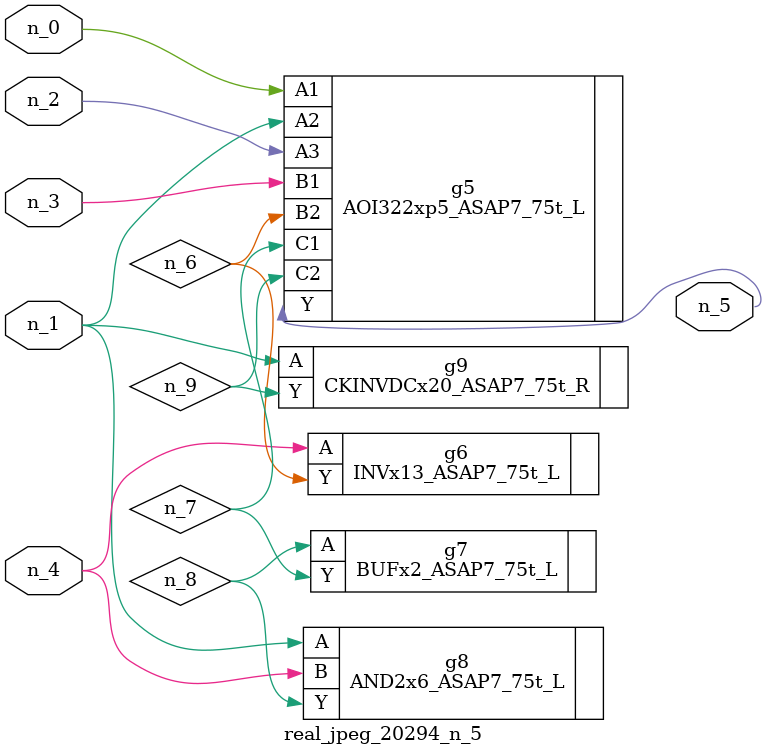
<source format=v>
module real_jpeg_20294_n_5 (n_4, n_0, n_1, n_2, n_3, n_5);

input n_4;
input n_0;
input n_1;
input n_2;
input n_3;

output n_5;

wire n_8;
wire n_6;
wire n_7;
wire n_9;

AOI322xp5_ASAP7_75t_L g5 ( 
.A1(n_0),
.A2(n_1),
.A3(n_2),
.B1(n_3),
.B2(n_6),
.C1(n_7),
.C2(n_9),
.Y(n_5)
);

AND2x6_ASAP7_75t_L g8 ( 
.A(n_1),
.B(n_4),
.Y(n_8)
);

CKINVDCx20_ASAP7_75t_R g9 ( 
.A(n_1),
.Y(n_9)
);

INVx13_ASAP7_75t_L g6 ( 
.A(n_4),
.Y(n_6)
);

BUFx2_ASAP7_75t_L g7 ( 
.A(n_8),
.Y(n_7)
);


endmodule
</source>
